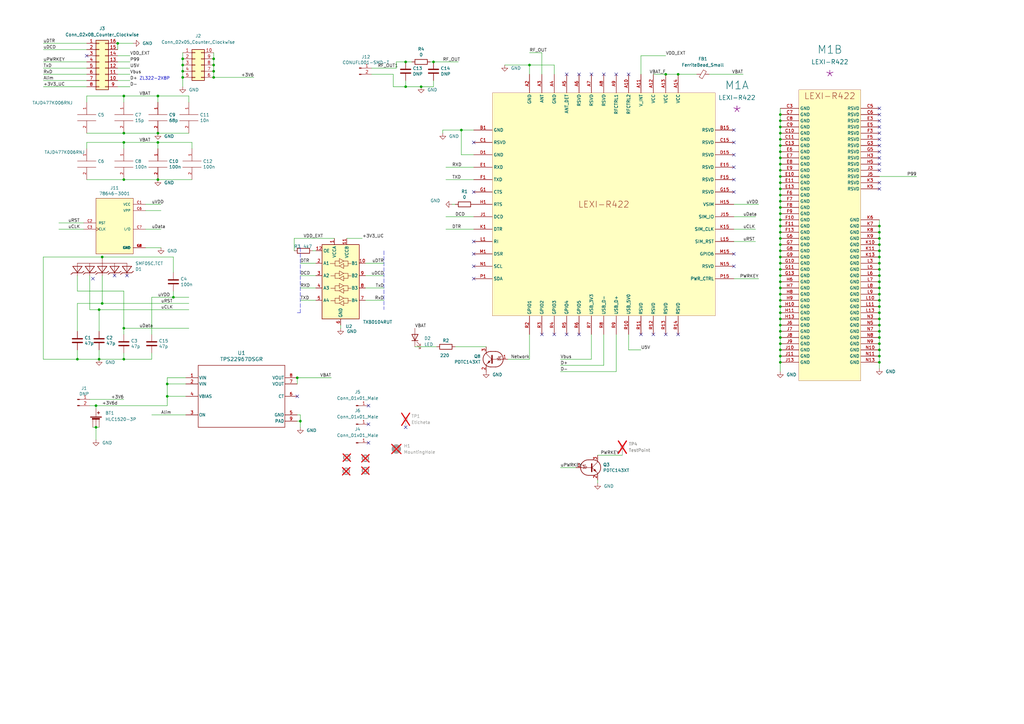
<source format=kicad_sch>
(kicad_sch (version 20231120) (generator "eeschema") (generator_version "8.0")
  (paper "A3")
  (title_block (title "Modem BG95") (rev "4.0") (company "Delta Electronics SRL"))
  (junction (at 320.04 69.85))
  (junction (at 87.63 26.67))
  (junction (at 320.04 123.19))
  (junction (at 68.58 162.56))
  (junction (at 74.93 24.13))
  (junction (at 320.04 87.63))
  (junction (at 320.04 90.17))
  (junction (at 360.68 130.81))
  (junction (at 166.37 25.4))
  (junction (at 64.77 58.42))
  (junction (at 320.04 146.05))
  (junction (at 121.92 154.94))
  (junction (at 273.05 30.48))
  (junction (at 360.68 107.95))
  (junction (at 360.68 100.33))
  (junction (at 41.91 124.46))
  (junction (at 189.23 53.34))
  (junction (at 320.04 140.97))
  (junction (at 320.04 100.33))
  (junction (at 320.04 130.81))
  (junction (at 320.04 135.89))
  (junction (at 50.8 147.32))
  (junction (at 360.68 128.27))
  (junction (at 74.93 29.21))
  (junction (at 68.58 157.48))
  (junction (at 64.77 73.66))
  (junction (at 320.04 46.99))
  (junction (at 360.68 95.25))
  (junction (at 320.04 64.77))
  (junction (at 360.68 140.97))
  (junction (at 320.04 82.55))
  (junction (at 50.8 54.61))
  (junction (at 360.68 113.03))
  (junction (at 123.19 172.72))
  (junction (at 320.04 49.53))
  (junction (at 71.12 121.92))
  (junction (at 41.91 105.41))
  (junction (at 320.04 105.41))
  (junction (at 360.68 102.87))
  (junction (at 320.04 54.61))
  (junction (at 50.8 58.42))
  (junction (at 360.68 148.59))
  (junction (at 177.8 25.4))
  (junction (at 320.04 118.11))
  (junction (at 50.8 73.66))
  (junction (at 320.04 85.09))
  (junction (at 360.68 125.73))
  (junction (at 320.04 57.15))
  (junction (at 74.93 31.75))
  (junction (at 320.04 128.27))
  (junction (at 31.75 147.32))
  (junction (at 320.04 115.57))
  (junction (at 320.04 97.79))
  (junction (at 360.68 110.49))
  (junction (at 172.72 35.56))
  (junction (at 217.17 26.67))
  (junction (at 360.68 135.89))
  (junction (at 320.04 80.01))
  (junction (at 320.04 92.71))
  (junction (at 360.68 118.11))
  (junction (at 87.63 29.21))
  (junction (at 360.68 133.35))
  (junction (at 278.13 30.48))
  (junction (at 87.63 24.13))
  (junction (at 320.04 95.25))
  (junction (at 360.68 115.57))
  (junction (at 320.04 133.35))
  (junction (at 360.68 120.65))
  (junction (at 320.04 59.69))
  (junction (at 320.04 125.73))
  (junction (at 320.04 120.65))
  (junction (at 50.8 39.37))
  (junction (at 48.26 17.78))
  (junction (at 360.68 123.19))
  (junction (at 50.8 134.62))
  (junction (at 39.37 166.37))
  (junction (at 39.37 175.26))
  (junction (at 64.77 39.37))
  (junction (at 64.77 54.61))
  (junction (at 320.04 113.03))
  (junction (at 40.64 147.32))
  (junction (at 320.04 62.23))
  (junction (at 360.68 97.79))
  (junction (at 360.68 92.71))
  (junction (at 360.68 143.51))
  (junction (at 320.04 52.07))
  (junction (at 320.04 143.51))
  (junction (at 320.04 77.47))
  (junction (at 320.04 148.59))
  (junction (at 320.04 72.39))
  (junction (at 166.37 35.56))
  (junction (at 40.64 127))
  (junction (at 360.68 146.05))
  (junction (at 320.04 102.87))
  (junction (at 360.68 138.43))
  (junction (at 320.04 74.93))
  (junction (at 74.93 26.67))
  (junction (at 320.04 67.31))
  (junction (at 360.68 105.41))
  (junction (at 320.04 138.43))
  (junction (at 87.63 31.75))
  (junction (at 320.04 110.49))
  (junction (at 320.04 107.95))
  (no_connect (at 151.13 181.61))
  (no_connect (at 52.07 113.03))
  (no_connect (at 35.56 22.86))
  (no_connect (at 300.99 58.42))
  (no_connect (at 194.31 78.74))
  (no_connect (at 360.68 67.31))
  (no_connect (at 151.13 166.37))
  (no_connect (at 262.89 137.16))
  (no_connect (at 222.25 137.16))
  (no_connect (at 252.73 30.48))
  (no_connect (at 194.31 104.14))
  (no_connect (at 300.99 63.5))
  (no_connect (at 360.68 54.61))
  (no_connect (at 237.49 30.48))
  (no_connect (at 121.92 162.56))
  (no_connect (at 360.68 49.53))
  (no_connect (at 194.31 58.42))
  (no_connect (at 242.57 30.48))
  (no_connect (at 300.99 73.66))
  (no_connect (at 273.05 137.16))
  (no_connect (at 360.68 44.45))
  (no_connect (at 166.37 175.26))
  (no_connect (at 360.68 77.47))
  (no_connect (at 46.99 113.03))
  (no_connect (at 300.99 68.58))
  (no_connect (at 257.81 30.48))
  (no_connect (at 360.68 62.23))
  (no_connect (at 300.99 104.14))
  (no_connect (at 232.41 30.48))
  (no_connect (at 278.13 137.16))
  (no_connect (at 300.99 109.22))
  (no_connect (at 360.68 57.15))
  (no_connect (at 360.68 74.93))
  (no_connect (at 267.97 137.16))
  (no_connect (at 360.68 69.85))
  (no_connect (at 38.1 114.3))
  (no_connect (at 194.31 109.22))
  (no_connect (at 227.33 137.16))
  (no_connect (at 300.99 53.34))
  (no_connect (at 360.68 64.77))
  (no_connect (at 247.65 30.48))
  (no_connect (at 360.68 46.99))
  (no_connect (at 360.68 52.07))
  (no_connect (at 194.31 99.06))
  (no_connect (at 360.68 59.69))
  (no_connect (at 237.49 137.16))
  (no_connect (at 300.99 78.74))
  (no_connect (at 194.31 114.3))
  (no_connect (at 232.41 137.16))
  (no_connect (at 151.13 173.99))
  (wire (pts (xy 189.23 53.34) (xy 194.31 53.34)))
  (wire (pts (xy 68.58 157.48) (xy 76.2 157.48)))
  (wire (pts (xy 320.04 115.57) (xy 320.04 118.11)))
  (wire (pts (xy 17.78 27.94) (xy 35.56 27.94)))
  (wire (pts (xy 36.83 113.03) (xy 36.83 127)))
  (wire (pts (xy 320.04 80.01) (xy 320.04 82.55)))
  (wire (pts (xy 48.26 35.56) (xy 53.34 35.56)))
  (wire (pts (xy 162.56 25.4) (xy 162.56 27.94)))
  (wire (pts (xy 360.68 113.03) (xy 360.68 115.57)))
  (wire (pts (xy 320.04 140.97) (xy 320.04 143.51)))
  (wire (pts (xy 229.87 152.4) (xy 252.73 152.4)))
  (wire (pts (xy 320.04 52.07) (xy 320.04 54.61)))
  (wire (pts (xy 320.04 146.05) (xy 320.04 148.59)))
  (wire (pts (xy 121.92 154.94) (xy 135.89 154.94)))
  (wire (pts (xy 172.72 35.56) (xy 177.8 35.56)))
  (wire (pts (xy 360.68 92.71) (xy 360.68 95.25)))
  (wire (pts (xy 245.11 196.85) (xy 245.11 198.12)))
  (wire (pts (xy 35.56 58.42) (xy 50.8 58.42)))
  (wire (pts (xy 157.48 107.95) (xy 149.86 107.95)))
  (wire (pts (xy 68.58 157.48) (xy 68.58 154.94)))
  (wire (pts (xy 360.68 123.19) (xy 360.68 125.73)))
  (wire (pts (xy 320.04 64.77) (xy 320.04 67.31)))
  (wire (pts (xy 177.8 33.02) (xy 177.8 35.56)))
  (wire (pts (xy 40.64 143.51) (xy 40.64 147.32)))
  (wire (pts (xy 360.68 107.95) (xy 360.68 110.49)))
  (wire (pts (xy 50.8 39.37) (xy 64.77 39.37)))
  (wire (pts (xy 229.87 149.86) (xy 247.65 149.86)))
  (wire (pts (xy 222.25 30.48) (xy 222.25 21.59)))
  (wire (pts (xy 31.75 147.32) (xy 40.64 147.32)))
  (wire (pts (xy 300.99 99.06) (xy 309.88 99.06)))
  (wire (pts (xy 360.68 72.39) (xy 375.92 72.39)))
  (wire (pts (xy 121.92 172.72) (xy 123.19 172.72)))
  (wire (pts (xy 17.78 147.32) (xy 31.75 147.32)))
  (wire (pts (xy 31.75 143.51) (xy 31.75 147.32)))
  (wire (pts (xy 120.65 97.79) (xy 120.65 102.87)))
  (wire (pts (xy 194.31 93.98) (xy 182.88 93.98)))
  (wire (pts (xy 62.23 137.16) (xy 62.23 121.92)))
  (wire (pts (xy 161.29 35.56) (xy 166.37 35.56)))
  (wire (pts (xy 68.58 154.94) (xy 76.2 154.94)))
  (wire (pts (xy 87.63 24.13) (xy 87.63 26.67)))
  (wire (pts (xy 59.69 86.36) (xy 66.04 86.36)))
  (wire (pts (xy 257.81 137.16) (xy 257.81 143.51)))
  (wire (pts (xy 320.04 54.61) (xy 320.04 57.15)))
  (wire (pts (xy 40.64 127) (xy 77.47 127)))
  (wire (pts (xy 39.37 166.37) (xy 68.58 166.37)))
  (wire (pts (xy 320.04 130.81) (xy 320.04 133.35)))
  (wire (pts (xy 17.78 25.4) (xy 35.56 25.4)))
  (wire (pts (xy 129.54 113.03) (xy 123.19 113.03)))
  (wire (pts (xy 50.8 41.91) (xy 50.8 39.37)))
  (wire (pts (xy 35.56 54.61) (xy 50.8 54.61)))
  (wire (pts (xy 181.61 53.34) (xy 189.23 53.34)))
  (wire (pts (xy 71.12 121.92) (xy 77.47 121.92)))
  (wire (pts (xy 217.17 26.67) (xy 217.17 30.48)))
  (wire (pts (xy 48.26 22.86) (xy 53.34 22.86)))
  (wire (pts (xy 320.04 133.35) (xy 320.04 135.89)))
  (wire (pts (xy 320.04 128.27) (xy 320.04 130.81)))
  (wire (pts (xy 121.92 154.94) (xy 121.92 157.48)))
  (wire (pts (xy 39.37 180.34) (xy 39.37 175.26)))
  (wire (pts (xy 31.75 124.46) (xy 31.75 135.89)))
  (wire (pts (xy 290.83 30.48) (xy 304.8 30.48)))
  (wire (pts (xy 217.17 137.16) (xy 217.17 147.32)))
  (wire (pts (xy 123.19 175.26) (xy 123.19 172.72)))
  (wire (pts (xy 87.63 21.59) (xy 87.63 24.13)))
  (wire (pts (xy 320.04 46.99) (xy 320.04 49.53)))
  (wire (pts (xy 320.04 49.53) (xy 320.04 52.07)))
  (wire (pts (xy 320.04 44.45) (xy 320.04 46.99)))
  (wire (pts (xy 320.04 143.51) (xy 320.04 146.05)))
  (wire (pts (xy 185.42 83.82) (xy 186.69 83.82)))
  (wire (pts (xy 227.33 30.48) (xy 227.33 26.67)))
  (wire (pts (xy 360.68 130.81) (xy 360.68 133.35)))
  (wire (pts (xy 64.77 58.42) (xy 78.74 58.42)))
  (wire (pts (xy 77.47 39.37) (xy 77.47 41.91)))
  (wire (pts (xy 252.73 152.4) (xy 252.73 137.16)))
  (wire (pts (xy 229.87 147.32) (xy 242.57 147.32)))
  (wire (pts (xy 320.04 148.59) (xy 320.04 152.4)))
  (wire (pts (xy 17.78 30.48) (xy 35.56 30.48)))
  (wire (pts (xy 320.04 95.25) (xy 320.04 97.79)))
  (wire (pts (xy 76.2 170.18) (xy 62.23 170.18)))
  (wire (pts (xy 36.83 163.83) (xy 50.8 163.83)))
  (polyline (pts (xy 157.48 102.87) (xy 157.48 127)) (stroke (width 0) (type dash)))
  (wire (pts (xy 35.56 60.96) (xy 35.56 58.42)))
  (wire (pts (xy 59.69 93.98) (xy 66.04 93.98)))
  (wire (pts (xy 35.56 39.37) (xy 50.8 39.37)))
  (wire (pts (xy 35.56 73.66) (xy 50.8 73.66)))
  (wire (pts (xy 123.19 172.72) (xy 123.19 170.18)))
  (wire (pts (xy 320.04 97.79) (xy 320.04 100.33)))
  (wire (pts (xy 48.26 25.4) (xy 53.34 25.4)))
  (wire (pts (xy 217.17 26.67) (xy 207.01 26.67)))
  (wire (pts (xy 360.68 120.65) (xy 360.68 123.19)))
  (wire (pts (xy 194.31 88.9) (xy 182.88 88.9)))
  (wire (pts (xy 273.05 30.48) (xy 278.13 30.48)))
  (wire (pts (xy 189.23 53.34) (xy 189.23 63.5)))
  (wire (pts (xy 320.04 57.15) (xy 320.04 59.69)))
  (wire (pts (xy 139.7 133.35) (xy 139.7 134.62)))
  (wire (pts (xy 50.8 134.62) (xy 77.47 134.62)))
  (wire (pts (xy 48.26 30.48) (xy 53.34 30.48)))
  (wire (pts (xy 320.04 100.33) (xy 320.04 102.87)))
  (wire (pts (xy 320.04 74.93) (xy 320.04 77.47)))
  (wire (pts (xy 217.17 21.59) (xy 222.25 21.59)))
  (wire (pts (xy 262.89 22.86) (xy 273.05 22.86)))
  (wire (pts (xy 300.99 93.98) (xy 309.88 93.98)))
  (wire (pts (xy 360.68 110.49) (xy 360.68 113.03)))
  (wire (pts (xy 267.97 30.48) (xy 273.05 30.48)))
  (wire (pts (xy 35.56 20.32) (xy 17.78 20.32)))
  (wire (pts (xy 123.19 170.18) (xy 121.92 170.18)))
  (wire (pts (xy 62.23 121.92) (xy 71.12 121.92)))
  (wire (pts (xy 320.04 85.09) (xy 320.04 87.63)))
  (wire (pts (xy 320.04 125.73) (xy 320.04 128.27)))
  (wire (pts (xy 320.04 138.43) (xy 320.04 140.97)))
  (wire (pts (xy 320.04 123.19) (xy 320.04 125.73)))
  (wire (pts (xy 360.68 115.57) (xy 360.68 118.11)))
  (wire (pts (xy 123.19 107.95) (xy 129.54 107.95)))
  (wire (pts (xy 189.23 63.5) (xy 194.31 63.5)))
  (wire (pts (xy 257.81 143.51) (xy 262.89 143.51)))
  (wire (pts (xy 166.37 35.56) (xy 172.72 35.56)))
  (wire (pts (xy 64.77 41.91) (xy 64.77 39.37)))
  (wire (pts (xy 242.57 137.16) (xy 242.57 147.32)))
  (wire (pts (xy 41.91 113.03) (xy 41.91 124.46)))
  (wire (pts (xy 64.77 60.96) (xy 64.77 58.42)))
  (wire (pts (xy 39.37 175.26) (xy 40.64 175.26)))
  (wire (pts (xy 360.68 90.17) (xy 360.68 92.71)))
  (wire (pts (xy 17.78 147.32) (xy 17.78 105.41)))
  (wire (pts (xy 87.63 29.21) (xy 87.63 31.75)))
  (wire (pts (xy 87.63 31.75) (xy 104.14 31.75)))
  (wire (pts (xy 177.8 25.4) (xy 187.96 25.4)))
  (wire (pts (xy 129.54 118.11) (xy 123.19 118.11)))
  (wire (pts (xy 34.29 93.98) (xy 24.13 93.98)))
  (wire (pts (xy 236.22 191.77) (xy 229.87 191.77)))
  (wire (pts (xy 50.8 147.32) (xy 62.23 147.32)))
  (wire (pts (xy 40.64 127) (xy 40.64 135.89)))
  (wire (pts (xy 34.29 91.44) (xy 24.13 91.44)))
  (wire (pts (xy 157.48 118.11) (xy 149.86 118.11)))
  (wire (pts (xy 170.18 142.24) (xy 179.07 142.24)))
  (wire (pts (xy 360.68 148.59) (xy 360.68 151.13)))
  (wire (pts (xy 152.4 30.48) (xy 161.29 30.48)))
  (wire (pts (xy 50.8 60.96) (xy 50.8 58.42)))
  (wire (pts (xy 452.12 196.85) (xy 461.01 196.85)))
  (wire (pts (xy 360.68 143.51) (xy 360.68 146.05)))
  (wire (pts (xy 64.77 39.37) (xy 77.47 39.37)))
  (wire (pts (xy 320.04 67.31) (xy 320.04 69.85)))
  (wire (pts (xy 162.56 27.94) (xy 152.4 27.94)))
  (wire (pts (xy 48.26 17.78) (xy 48.26 20.32)))
  (wire (pts (xy 360.68 128.27) (xy 360.68 130.81)))
  (wire (pts (xy 452.12 194.31) (xy 461.01 194.31)))
  (wire (pts (xy 320.04 77.47) (xy 320.04 80.01)))
  (wire (pts (xy 247.65 149.86) (xy 247.65 137.16)))
  (wire (pts (xy 161.29 30.48) (xy 161.29 35.56)))
  (wire (pts (xy 360.68 105.41) (xy 360.68 107.95)))
  (wire (pts (xy 17.78 105.41) (xy 41.91 105.41)))
  (wire (pts (xy 166.37 25.4) (xy 168.91 25.4)))
  (wire (pts (xy 36.83 166.37) (xy 39.37 166.37)))
  (wire (pts (xy 71.12 119.38) (xy 71.12 121.92)))
  (wire (pts (xy 320.04 110.49) (xy 320.04 113.03)))
  (wire (pts (xy 68.58 162.56) (xy 68.58 157.48)))
  (wire (pts (xy 320.04 107.95) (xy 320.04 110.49)))
  (wire (pts (xy 360.68 133.35) (xy 360.68 135.89)))
  (wire (pts (xy 31.75 119.38) (xy 50.8 119.38)))
  (wire (pts (xy 320.04 72.39) (xy 320.04 74.93)))
  (wire (pts (xy 360.68 95.25) (xy 360.68 97.79)))
  (wire (pts (xy 50.8 58.42) (xy 64.77 58.42)))
  (wire (pts (xy 311.15 114.3) (xy 300.99 114.3)))
  (wire (pts (xy 320.04 92.71) (xy 320.04 95.25)))
  (wire (pts (xy 300.99 83.82) (xy 311.15 83.82)))
  (wire (pts (xy 227.33 26.67) (xy 217.17 26.67)))
  (wire (pts (xy 64.77 73.66) (xy 78.74 73.66)))
  (wire (pts (xy 278.13 30.48) (xy 285.75 30.48)))
  (wire (pts (xy 360.68 118.11) (xy 360.68 120.65)))
  (wire (pts (xy 166.37 25.4) (xy 162.56 25.4)))
  (wire (pts (xy 320.04 105.41) (xy 320.04 107.95)))
  (wire (pts (xy 360.68 138.43) (xy 360.68 140.97)))
  (wire (pts (xy 78.74 58.42) (xy 78.74 60.96)))
  (wire (pts (xy 50.8 54.61) (xy 64.77 54.61)))
  (wire (pts (xy 129.54 123.19) (xy 123.19 123.19)))
  (wire (pts (xy 40.64 127) (xy 36.83 127)))
  (wire (pts (xy 320.04 82.55) (xy 320.04 85.09)))
  (wire (pts (xy 320.04 113.03) (xy 320.04 115.57)))
  (wire (pts (xy 62.23 147.32) (xy 62.23 144.78)))
  (wire (pts (xy 320.04 102.87) (xy 320.04 105.41)))
  (wire (pts (xy 77.47 124.46) (xy 41.91 124.46)))
  (wire (pts (xy 59.69 101.6) (xy 66.04 101.6)))
  (wire (pts (xy 176.53 25.4) (xy 177.8 25.4)))
  (wire (pts (xy 48.26 17.78) (xy 54.61 17.78)))
  (wire (pts (xy 74.93 21.59) (xy 74.93 24.13)))
  (wire (pts (xy 157.48 113.03) (xy 149.86 113.03)))
  (wire (pts (xy 320.04 120.65) (xy 320.04 123.19)))
  (wire (pts (xy 48.26 33.02) (xy 53.34 33.02)))
  (wire (pts (xy 48.26 27.94) (xy 53.34 27.94)))
  (wire (pts (xy 74.93 31.75) (xy 74.93 35.56)))
  (wire (pts (xy 59.69 83.82) (xy 66.04 83.82)))
  (wire (pts (xy 50.8 73.66) (xy 64.77 73.66)))
  (wire (pts (xy 74.93 24.13) (xy 74.93 26.67)))
  (wire (pts (xy 74.93 29.21) (xy 74.93 31.75)))
  (wire (pts (xy 194.31 68.58) (xy 182.88 68.58)))
  (wire (pts (xy 128.27 102.87) (xy 129.54 102.87)))
  (wire (pts (xy 87.63 26.67) (xy 87.63 29.21)))
  (wire (pts (xy 245.11 186.69) (xy 255.27 186.69)))
  (wire (pts (xy 181.61 54.61) (xy 181.61 53.34)))
  (wire (pts (xy 41.91 124.46) (xy 31.75 124.46)))
  (wire (pts (xy 41.91 105.41) (xy 71.12 105.41)))
  (wire (pts (xy 194.31 73.66) (xy 182.88 73.66)))
  (wire (pts (xy 64.77 54.61) (xy 77.47 54.61)))
  (wire (pts (xy 320.04 62.23) (xy 320.04 64.77)))
  (wire (pts (xy 360.68 102.87) (xy 360.68 105.41)))
  (wire (pts (xy 68.58 162.56) (xy 76.2 162.56)))
  (wire (pts (xy 360.68 140.97) (xy 360.68 143.51)))
  (wire (pts (xy 320.04 87.63) (xy 320.04 90.17)))
  (wire (pts (xy 320.04 90.17) (xy 320.04 92.71)))
  (wire (pts (xy 199.39 142.24) (xy 186.69 142.24)))
  (wire (pts (xy 217.17 147.32) (xy 208.28 147.32)))
  (wire (pts (xy 31.75 113.03) (xy 31.75 119.38)))
  (wire (pts (xy 157.48 123.19) (xy 149.86 123.19)))
  (wire (pts (xy 50.8 119.38) (xy 50.8 134.62)))
  (wire (pts (xy 360.68 146.05) (xy 360.68 148.59)))
  (polyline (pts (xy 121.92 128.27) (xy 123.19 128.27)) (stroke (width 0) (type dash)))
  (wire (pts (xy 262.89 30.48) (xy 262.89 22.86)))
  (wire (pts (xy 120.65 97.79) (xy 137.16 97.79)))
  (wire (pts (xy 360.68 135.89) (xy 360.68 138.43)))
  (wire (pts (xy 360.68 125.73) (xy 360.68 128.27)))
  (wire (pts (xy 40.64 147.32) (xy 50.8 147.32)))
  (wire (pts (xy 71.12 105.41) (xy 71.12 111.76)))
  (wire (pts (xy 360.68 97.79) (xy 360.68 100.33)))
  (wire (pts (xy 166.37 35.56) (xy 166.37 33.02)))
  (wire (pts (xy 50.8 144.78) (xy 50.8 147.32)))
  (wire (pts (xy 38.1 175.26) (xy 39.37 175.26)))
  (wire (pts (xy 320.04 59.69) (xy 320.04 62.23)))
  (wire (pts (xy 68.58 166.37) (xy 68.58 162.56)))
  (polyline (pts (xy 123.19 101.6) (xy 123.19 128.27)) (stroke (width 0) (type dash)))
  (wire (pts (xy 17.78 33.02) (xy 35.56 33.02)))
  (wire (pts (xy 360.68 100.33) (xy 360.68 102.87)))
  (wire (pts (xy 39.37 166.37) (xy 39.37 167.64)))
  (wire (pts (xy 50.8 134.62) (xy 50.8 137.16)))
  (wire (pts (xy 320.04 118.11) (xy 320.04 120.65)))
  (wire (pts (xy 300.99 88.9) (xy 309.88 88.9)))
  (wire (pts (xy 142.24 97.79) (xy 148.59 97.79)))
  (wire (pts (xy 320.04 135.89) (xy 320.04 138.43)))
  (wire (pts (xy 35.56 41.91) (xy 35.56 39.37)))
  (wire (pts (xy 74.93 26.67) (xy 74.93 29.21)))
  (wire (pts (xy 35.56 35.56) (xy 17.78 35.56)))
  (wire (pts (xy 35.56 17.78) (xy 17.78 17.78)))
  (wire (pts (xy 320.04 69.85) (xy 320.04 72.39)))
  (text "ZL322-2X8P" (at 57.15 33.02 0) (effects (font (size 1.27 1.27)) (justify left bottom)))
  (label "uDCD" (at 17.78 20.32 0))
  (label "VBAT" (at 57.15 39.37 0))
  (label "D+" (at 53.34 33.02 0))
  (label "VBAT" (at 170.18 134.62 0))
  (label "VDD_EXT" (at 124.46 97.79 0))
  (label "U5V" (at 262.89 143.51 0))
  (label "TXD" (at 185.42 73.66 0))
  (label "+3V3_UC" (at 148.59 97.79 0))
  (label "DCD" (at 123.19 113.03 0))
  (label "RF_OUT" (at 217.17 21.59 0))
  (label "PWRKEY" (at 254 186.69 180))
  (label "uData" (at 62.23 93.98 0))
  (label "uDTR" (at 157.48 107.95 180))
  (label "uVDD" (at 62.23 83.82 0))
  (label "uVDD" (at 306.07 83.82 0))
  (label "VBAT" (at 304.8 30.48 180))
  (label "T" (at 452.12 196.85 0))
  (label "D-" (at 53.34 35.56 0))
  (label "PWRKEY" (at 311.15 114.3 180))
  (label "VBAT" (at 57.15 58.42 0))
  (label "uRST" (at 304.8 99.06 0))
  (label "Vbus" (at 229.87 147.32 0))
  (label "uDCD" (at 157.48 113.03 180))
  (label "Alim" (at 66.04 170.18 0))
  (label "RxD" (at 157.48 123.19 180))
  (label "DTR" (at 123.19 107.95 0))
  (label "+3V3_UC" (at 17.78 35.56 0))
  (label "Alim" (at 17.78 33.02 0))
  (label "DCD" (at 186.69 88.9 0))
  (label "D+" (at 229.87 149.86 0))
  (label "Vbus" (at 53.34 30.48 0))
  (label "+3V6" (at 104.14 31.75 180))
  (label "U5V" (at 53.34 27.94 0))
  (label "uPWRKEY" (at 17.78 25.4 0))
  (label "R" (at 452.12 194.31 0))
  (label "RXD" (at 185.42 68.58 0))
  (label "VBAT" (at 135.89 154.94 180))
  (label "uCLK" (at 27.94 93.98 0))
  (label "RxD" (at 17.78 30.48 0))
  (label "RF_OUT1" (at 154.94 27.94 0))
  (label "Network" (at 209.55 147.32 0))
  (label "uVDD" (at 64.77 121.92 0))
  (label "DTR" (at 185.42 93.98 0))
  (label "uRST" (at 27.94 91.44 0))
  (label "uPWRKEY" (at 229.87 191.77 0))
  (label "+3V6d" (at 48.26 166.37 180))
  (label "VBAT_F" (at 273.05 30.48 180))
  (label "uRST" (at 66.04 124.46 0))
  (label "uCLK" (at 304.8 93.98 0))
  (label "VDD_EXT" (at 273.05 22.86 0))
  (label "D-" (at 229.87 152.4 0))
  (label "VDD_EXT" (at 53.34 22.86 0))
  (label "uData" (at 57.15 134.62 0))
  (label "RXD" (at 123.19 118.11 0))
  (label "RF_OUT" (at 181.61 25.4 0))
  (label "TxD" (at 17.78 27.94 0))
  (label "TxD" (at 157.48 118.11 180))
  (label "uData" (at 304.8 88.9 0))
  (label "uDTR" (at 17.78 17.78 0))
  (label "P99" (at 53.34 25.4 0))
  (label "uCLK" (at 66.04 127 0))
  (label "+3V6" (at 50.8 163.83 180))
  (label "TXD" (at 123.19 123.19 0))
  (label "P99" (at 375.92 72.39 180))
  (symbol (lib_id "Transistor_BJT:DTC143T") (at 201.93 147.32 0) (mirror y) (unit 1)
    (property "Reference" "Q8" (at 197.1548 146.1516 0) (effects (justify left)))
    (property "Value" "PDTC143XT" (at 197.1548 148.463 0) (effects (justify left)))
    (property "Footprint" "Package_TO_SOT_SMD:SOT-23" (effects (hide yes)))
    (property "VTPN" "4500-00010-00" (effects (hide yes)))
  )
  (symbol (lib_id "SMF05C:SMF05C") (at 44.45 110.49 180) (unit 1)
    (property "Reference" "D1" (at 55.4736 110.3884 0) (effects (justify right)))
    (property "Value" "SMF05C.TCT" (at 55.4736 108.077 0) (effects (justify right)))
    (property "Footprint" "Diode_SMD:SC70-6" (effects (hide yes)))
    (property "VTPN" "4724-00010-00" (effects (hide yes)))
  )
  (symbol (lib_id "Device:C") (at 31.75 139.7 0) (unit 1)
    (property "Reference" "C1" (at 34.671 138.5316 0) (effects (justify left)))
    (property "Value" "47p" (at 34.671 140.843 0) (effects (justify left)))
    (property "Footprint" "Capacitor_SMD:C_0603_1608Metric" (effects (hide yes)))
    (property "VTPN" "4106-00080-00" (effects (hide yes)))
  )
  (symbol (lib_id "Device:C") (at 40.64 139.7 0) (unit 1)
    (property "Reference" "C2" (at 43.561 138.5316 0) (effects (justify left)))
    (property "Value" "47p" (at 43.561 140.843 0) (effects (justify left)))
    (property "Footprint" "Capacitor_SMD:C_0603_1608Metric" (effects (hide yes)))
    (property "VTPN" "4106-00080-00" (effects (hide yes)))
  )
  (symbol (lib_id "Device:C") (at 50.8 140.97 0) (unit 1)
    (property "Reference" "C3" (at 53.721 139.8016 0) (effects (justify left)))
    (property "Value" "47p" (at 53.721 142.113 0) (effects (justify left)))
    (property "Footprint" "Capacitor_SMD:C_0603_1608Metric" (effects (hide yes)))
    (property "VTPN" "4106-00080-00" (effects (hide yes)))
  )
  (symbol (lib_id "Device:C") (at 71.12 115.57 0) (unit 1)
    (property "Reference" "C4" (at 74.041 114.4016 0) (effects (justify left)))
    (property "Value" "100n" (at 74.041 116.713 0) (effects (justify left)))
    (property "Footprint" "Capacitor_SMD:C_0603_1608Metric" (effects (hide yes)))
    (property "VTPN" "4106-00020-00" (effects (hide yes)))
  )
  (symbol (lib_id "pspice:CAP") (at 35.56 48.26 0) (unit 1)
    (property "Reference" "C5" (at 40.0812 47.0916 0) (effects (justify left)))
    (property "Value" "TAJD477K006RNJ" (at 13.208 42.164 0) (effects (justify left)))
    (property "Footprint" "Capacitor_Tantalum_SMD:CP_EIA-7361-38_AVX-V_Pad2.18x3.30mm_HandSolder" (effects (hide yes)))
    (property "VTPN" "4128-00100-00" (effects (hide yes)))
  )
  (symbol (lib_id "pspice:CAP") (at 50.8 48.26 0) (unit 1)
    (property "Reference" "C7" (at 55.3212 47.0916 0) (effects (justify left)))
    (property "Value" "15p" (at 55.3212 49.403 0) (effects (justify left)))
    (property "Footprint" "Capacitor_SMD:C_0603_1608Metric" (effects (hide yes)))
    (property "VTPN" "4106-00070-00" (effects (hide yes)))
  )
  (symbol (lib_id "pspice:CAP") (at 64.77 48.26 0) (unit 1)
    (property "Reference" "C9" (at 69.2912 47.0916 0) (effects (justify left)))
    (property "Value" "68p" (at 69.2912 49.403 0) (effects (justify left)))
    (property "Footprint" "Capacitor_SMD:C_0603_1608Metric" (effects (hide yes)))
    (property "VTPN" "4106-00060-00" (effects (hide yes)))
  )
  (symbol (lib_id "pspice:CAP") (at 77.47 48.26 0) (unit 1)
    (property "Reference" "C11" (at 81.9912 47.0916 0) (effects (justify left)))
    (property "Value" "10n" (at 81.9912 49.403 0) (effects (justify left)))
    (property "Footprint" "Capacitor_SMD:C_0603_1608Metric" (effects (hide yes)))
    (property "VTPN" "4106-00015-00" (effects (hide yes)))
  )
  (symbol (lib_id "pspice:CAP") (at 35.56 67.31 0) (unit 1)
    (property "Reference" "C6" (at 40.0812 66.1416 0) (effects (justify left)))
    (property "Value" "TAJD477K006RNJ" (at 18.1864 62.4332 0) (effects (justify left)))
    (property "Footprint" "Capacitor_Tantalum_SMD:CP_EIA-7361-38_AVX-V_Pad2.18x3.30mm_HandSolder" (effects (hide yes)))
    (property "VTPN" "4128-00100-00" (effects (hide yes)))
  )
  (symbol (lib_id "pspice:CAP") (at 50.8 67.31 0) (unit 1)
    (property "Reference" "C8" (at 55.3212 66.1416 0) (effects (justify left)))
    (property "Value" "100n" (at 55.3212 68.453 0) (effects (justify left)))
    (property "Footprint" "Capacitor_SMD:C_0603_1608Metric" (effects (hide yes)))
    (property "VTPN" "4106-00020-00" (effects (hide yes)))
  )
  (symbol (lib_id "pspice:CAP") (at 64.77 67.31 0) (unit 1)
    (property "Reference" "C10" (at 69.2912 66.1416 0) (effects (justify left)))
    (property "Value" "100n" (at 69.2912 68.453 0) (effects (justify left)))
    (property "Footprint" "Capacitor_SMD:C_0603_1608Metric" (effects (hide yes)))
    (property "VTPN" "4106-00020-00" (effects (hide yes)))
  )
  (symbol (lib_id "pspice:CAP") (at 78.74 67.31 0) (unit 1)
    (property "Reference" "C12" (at 83.2612 66.1416 0) (effects (justify left)))
    (property "Value" "100n" (at 83.2612 68.453 0) (effects (justify left)))
    (property "Footprint" "Capacitor_SMD:C_0603_1608Metric" (effects (hide yes)))
    (property "VTPN" "4106-00020-00" (effects (hide yes)))
  )
  (symbol (lib_id "Connector:Conn_01x02_Male") (at 147.32 27.94 0) (unit 1)
    (property "Reference" "J12" (at 150.0632 23.3426 0))
    (property "Value" "CONUFL001-SMD-T" (at 150.0632 25.654 0))
    (property "Footprint" "Connector_Coaxial:U.FL_Molex_MCRF_73412-0110_Vertical" (effects (hide yes)))
    (property "VTPN" "4416-00010-00" (effects (hide yes)))
  )
  (symbol (lib_id "SimSocketMolex:78646-3001") (at 46.99 91.44 0) (unit 1)
    (property "Reference" "J11" (at 46.99 77.089 0))
    (property "Value" "78646-3001" (at 46.99 79.4004 0))
    (property "Footprint" "Connector_Molex:MOLEX_78646-3001" (effects (hide yes)))
    (property "DESCRIPTION" "Conn Micro SIM Card SKT 6 POS 2.54mm Solder RA SMD 0.5A/Contact Embossed T/R" (effects (hide yes)))
    (property "PACKAGE" "None" (effects (hide yes)))
    (property "MF" "Molex" (effects (hide yes)))
    (property "DIGI-KEY_PART_NUMBER" "WM9364CT-ND" (effects (hide yes)))
    (property "DIGI-KEY_PURCHASE_URL" "https://www.digikey.in/product-detail/en/molex/0786463001/WM9364CT-ND/3770350?utm_source=snapeda&utm_medium=aggregator&utm_campaign=symbol" (effects (hide yes)))
    (property "MP" "78646-3001" (effects (hide yes)))
    (property "VTPN" "4414-00020-00" (effects (hide yes)))
  )
  (symbol (lib_id "Device:C") (at 62.23 140.97 0) (unit 1)
    (property "Reference" "C15" (at 65.151 139.8016 0) (effects (justify left)))
    (property "Value" "47p" (at 65.151 142.113 0) (effects (justify left)))
    (property "Footprint" "Capacitor_SMD:C_0603_1608Metric" (effects (hide yes)))
    (property "VTPN" "4106-00080-00" (effects (hide yes)))
  )
  (symbol (lib_id "Regulator_SwitchedCapacitor:TPS22967DSGR") (at 99.06 162.56 0) (unit 1)
    (property "Reference" "U1" (at 99.06 144.78 0) (effects (font (size 1.524 1.524))))
    (property "Value" "TPS22967DSGR" (at 99.06 147.32 0) (effects (font (size 1.524 1.524))))
    (property "Footprint" "Package_SON:WSON-8-1EP_2x2mm_P0.5mm_EP0.9x1.6mm_ThermalVias" (effects (hide yes)))
    (property "Datasheet" "TPS22967DSGR" (effects (hide yes)))
    (property "VTPN" "4702-01010-00" (effects (hide yes)))
  )
  (symbol (lib_id "Device:LED") (at 170.18 138.43 90) (unit 1)
    (property "Reference" "D2" (at 173.99 138.7474 90) (effects (justify right)))
    (property "Value" "LED" (at 173.99 141.2874 90) (effects (justify right)))
    (property "Footprint" "LED_SMD:LED_0805_2012Metric" (effects (hide yes)))
    (property "Description" "Light emitting diode" (effects (hide yes)))
    (property "VTPN" "4752-01010-00" (effects (hide yes)))
  )
  (symbol (lib_id "Device:R") (at 190.5 83.82 90) (unit 1)
    (property "Reference" "R1" (at 190.5 78.5622 90))
    (property "Value" "0" (at 190.5 80.8736 90))
    (property "Footprint" "Resistor_SMD:R_0603_1608Metric" (effects (hide yes)))
    (property "VTPN" "4006-00001-00" (effects (hide yes)))
  )
  (symbol (lib_id "Device:R") (at 182.88 142.24 90) (unit 1)
    (property "Reference" "R2" (at 182.88 139.7 90))
    (property "Value" "220" (at 182.372 145.796 90))
    (property "Footprint" "Resistor_SMD:R_0603_1608Metric" (effects (hide yes)))
    (property "VTPN" "4006-00020-00" (effects (hide yes)))
  )
  (symbol (lib_id "power:GND") (at 139.7 134.62 0) (mirror y) (unit 1)
    (property "Reference" "#PWR013" (effects (hide yes)))
    (property "Value" "GND" (at 142.24 135.8899 0) (effects (justify right)))
  )
  (symbol (lib_id "Lexi:LEXI-R422") (at 327.66 36.83 0) (unit 2)
    (property "Reference" "M1" (at 340.36 20.32 0) (effects (font (size 3.2766 3.2766))))
    (property "Value" "LEXI-R422" (at 340.36 25.4 0) (effects (font (size 1.8288 1.8288))))
    (property "Footprint" "ublox:LEXI" (effects (hide yes)))
    (property "Description" "u-blox LEXI-R422 modules, a complete and cost-efficient solution offering multi-band LTE-M / NB-IoT / EGPRS data transmissions for low power wide area solutions in the ultra-compact LEXI form factor." (effects (hide yes)))
    (property "Manufacturer P/N" "*" (at 340.36 31.75 0) (effects (font (size 5.4864 5.4864))))
    (property "VTPN" "4716-00020-00" (effects (hide yes)))
  )
  (symbol (lib_id "power:GND") (at 172.72 35.56 0) (mirror y) (unit 1)
    (property "Reference" "#PWR010" (effects (hide yes)))
    (property "Value" "GND" (at 175.26 36.8299 0) (effects (justify right)))
  )
  (symbol (lib_id "power:GND") (at 40.64 147.32 0) (mirror y) (unit 1)
    (property "Reference" "#PWR08" (effects (hide yes)))
    (property "Value" "GND" (at 43.18 148.5899 0) (effects (justify right)))
  )
  (symbol (lib_id "Device:FerriteBead_Small") (at 288.29 30.48 90) (unit 1)
    (property "Reference" "FB1" (at 288.2519 24.13 90))
    (property "Value" "FerriteBead_Small" (at 288.2519 26.67 90))
    (property "Footprint" "Inductor_SMD:L_Walsin_WLFM201209x" (effects (hide yes)))
    (property "Description" "Ferrite bead, small symbol" (effects (hide yes)))
    (property "VTPN" "4300-01010-00" (effects (hide yes)))
  )
  (symbol (lib_id "Connector:Conn_01x02_Male") (at 31.75 163.83 0) (unit 1)
    (property "Reference" "J1" (at 34.4932 159.2326 0))
    (property "Value" "DNP" (at 34.4932 161.544 0))
    (property "Footprint" "Connector_PinHeader_2.54mm:PinHeader_1x02_P2.54mm_Vertical_MOD" (effects (hide yes)))
  )
  (symbol (lib_id "Device:R") (at 124.46 102.87 90) (unit 1)
    (property "Reference" "R3" (at 123.2916 101.092 90) (effects (justify left)))
    (property "Value" "4k7" (at 128.016 101.092 90) (effects (justify left)))
    (property "Footprint" "Resistor_SMD:R_0603_1608Metric" (effects (hide yes)))
    (property "VTPN" "4006-00150-00" (effects (hide yes)))
  )
  (symbol (lib_id "power:GND") (at 207.01 26.67 0) (mirror y) (unit 1)
    (property "Reference" "#PWR06" (effects (hide yes)))
    (property "Value" "GND" (at 209.55 27.9399 0) (effects (justify right)))
  )
  (symbol (lib_id "Mechanical:Fiducial") (at 149.86 193.04 0) (unit 1) (dnp yes)
    (property "Reference" "FID4" (effects (hide yes)))
    (property "Value" "Fiducial" (effects (hide yes)))
    (property "Footprint" "Fiducial:Fiducial_1mm_Mask2mm" (effects (hide yes)))
  )
  (symbol (lib_id "Device:R") (at 172.72 25.4 90) (unit 1)
    (property "Reference" "R4" (at 172.72 20.1422 90))
    (property "Value" "0" (at 172.72 22.4536 90))
    (property "Footprint" "Resistor_SMD:R_0603_1608Metric" (effects (hide yes)))
    (property "VTPN" "4006-00001-00" (effects (hide yes)))
  )
  (symbol (lib_id "Connector:Conn_01x01_Male") (at 146.05 173.99 0) (unit 1)
    (property "Reference" "J6" (at 146.685 168.402 0))
    (property "Value" "Conn_01x01_Male" (at 146.685 170.942 0))
    (property "Footprint" "TestPoint:TestPoint_Pad_5.1x5.1mm" (effects (hide yes)))
    (property "VTPN" "4753-00010-00" (effects (hide yes)))
  )
  (symbol (lib_id "Transistor_BJT:DTC143T") (at 242.57 191.77 0) (unit 1)
    (property "Reference" "Q3" (at 247.3452 190.6016 0) (effects (justify left)))
    (property "Value" "PDTC143XT" (at 247.3452 192.913 0) (effects (justify left)))
    (property "Footprint" "Package_TO_SOT_SMD:SOT-23" (effects (hide yes)))
    (property "VTPN" "4500-00010-00" (effects (hide yes)))
  )
  (symbol (lib_id "Mechanical:Fiducial") (at 141.986 193.294 0) (unit 1) (dnp yes)
    (property "Reference" "FID1" (effects (hide yes)))
    (property "Value" "Fiducial" (effects (hide yes)))
    (property "Footprint" "Fiducial:Fiducial_1mm_Mask2mm" (effects (hide yes)))
  )
  (symbol (lib_id "Mechanical:Fiducial") (at 142.24 187.706 0) (unit 1) (dnp yes)
    (property "Reference" "FID2" (effects (hide yes)))
    (property "Value" "Fiducial" (effects (hide yes)))
    (property "Footprint" "Fiducial:Fiducial_1mm_Mask2mm" (effects (hide yes)))
  )
  (symbol (lib_id "Lexi:LEXI-R422") (at 201.93 38.1 0) (unit 1)
    (property "Reference" "M1" (at 302.26 34.9564 0) (effects (font (size 3.2766 3.2766))))
    (property "Value" "LEXI-R422" (at 302.26 40.0364 0) (effects (font (size 1.8288 1.8288))))
    (property "Footprint" "ublox:LEXI" (effects (hide yes)))
    (property "Description" "u-blox LEXI-R422 modules, a complete and cost-efficient solution offering multi-band LTE-M / NB-IoT / EGPRS data transmissions for low power wide area solutions in the ultra-compact LEXI form factor." (effects (hide yes)))
    (property "Manufacturer P/N" "*" (at 302.26 46.3865 0) (effects (font (size 5.4864 5.4864))))
    (property "VTPN" "4716-00020-00" (effects (hide yes)))
  )
  (symbol (lib_id "power:GND") (at 181.61 54.61 0) (mirror y) (unit 1)
    (property "Reference" "#PWR05" (effects (hide yes)))
    (property "Value" "GND" (at 184.15 55.8799 0) (effects (justify right)))
  )
  (symbol (lib_id "power:GND") (at 54.61 17.78 90) (mirror x) (unit 1)
    (property "Reference" "#PWR02" (effects (hide yes)))
    (property "Value" "GND" (at 58.42 17.7799 90) (effects (justify right)))
  )
  (symbol (lib_id "power:GND") (at 64.77 73.66 0) (mirror y) (unit 1)
    (property "Reference" "#PWR015" (effects (hide yes)))
    (property "Value" "GND" (at 67.31 74.9299 0) (effects (justify right)))
  )
  (symbol (lib_id "Connector_Generic:Conn_02x05_Counter_Clockwise") (at 80.01 26.67 0) (unit 1)
    (property "Reference" "J2" (at 81.28 14.732 0))
    (property "Value" "Conn_02x05_Counter_Clockwise" (at 81.28 17.272 0))
    (property "Footprint" "Connector_PinHeader_2.54mm:PinHeader_2x05_P2.54mm_Vertical_SMD_MOD" (effects (hide yes)))
    (property "VTPN" "4402-00020-00" (effects (hide yes)))
  )
  (symbol (lib_id "Connector:Conn_01x01_Male") (at 146.05 181.61 0) (unit 1)
    (property "Reference" "J4" (at 146.685 176.022 0))
    (property "Value" "Conn_01x01_Male" (at 146.685 178.562 0))
    (property "Footprint" "TestPoint:TestPoint_Pad_5.1x5.1mm" (effects (hide yes)))
    (property "VTPN" "4753-00010-00" (effects (hide yes)))
  )
  (symbol (lib_id "Device:C") (at 166.37 29.21 0) (unit 1)
    (property "Reference" "C13" (at 169.291 28.0416 0) (effects (justify left)))
    (property "Value" "DNP" (at 169.291 30.353 0) (effects (justify left)))
    (property "Footprint" "Capacitor_SMD:C_0603_1608Metric" (effects (hide yes)))
    (property "VTPN" "4106-00000-00" (effects (hide yes)))
  )
  (symbol (lib_id "power:GND") (at 320.04 152.4 0) (mirror y) (unit 1)
    (property "Reference" "#PWR03" (effects (hide yes)))
    (property "Value" "GND" (at 322.58 153.6699 0) (effects (justify right)))
  )
  (symbol (lib_id "Mechanical:MountingHole") (at 162.56 184.15 0) (unit 1) (dnp yes)
    (property "Reference" "H1" (at 165.608 182.8799 0) (effects (justify left)))
    (property "Value" "MountingHole" (at 165.608 185.4199 0) (effects (justify left)))
    (property "Footprint" "MountingHole:MountingHole_2.5mm  Simpla" (effects (hide yes)))
  )
  (symbol (lib_id "Connector:TestPoint") (at 255.27 186.69 0) (unit 1) (dnp yes)
    (property "Reference" "TP4" (at 257.81 182.1179 0) (effects (justify left)))
    (property "Value" "TestPoint" (at 257.81 184.6579 0) (effects (justify left)))
    (property "Footprint" "TestPoint:TestPoint_Pad_D1.5mm" (effects (hide yes)))
    (property "Description" "test point" (effects (hide yes)))
  )
  (symbol (lib_id "power:GND") (at 185.42 83.82 270) (mirror x) (unit 1)
    (property "Reference" "#PWR017" (effects (hide yes)))
    (property "Value" "GND" (at 180.594 82.296 90) (effects (justify right)))
  )
  (symbol (lib_id "power:GND") (at 66.04 101.6 0) (mirror y) (unit 1)
    (property "Reference" "#PWR07" (effects (hide yes)))
    (property "Value" "GND" (at 68.58 102.8699 0) (effects (justify right)))
  )
  (symbol (lib_id "power:GND") (at 360.68 151.13 0) (mirror y) (unit 1)
    (property "Reference" "#PWR04" (effects (hide yes)))
    (property "Value" "GND" (at 363.22 152.3999 0) (effects (justify right)))
  )
  (symbol (lib_id "Logic_LevelTranslator:TXB0104RUT") (at 139.7 115.57 0) (unit 1)
    (property "Reference" "U2" (at 141.7194 133.858 0) (effects (justify left)))
    (property "Value" "TXB0104RUT" (at 148.844 132.08 0) (effects (justify left)))
    (property "Footprint" "Package_DFN_QFN:Texas_R_PUQFN-N12" (effects (hide yes)))
    (property "Datasheet" "http://www.ti.com/lit/ds/symlink/txb0104.pdf" (effects (hide yes)))
    (property "VTPN" "4702-00010-00" (effects (hide yes)))
  )
  (symbol (lib_id "Device:C") (at 177.8 29.21 0) (unit 1)
    (property "Reference" "C14" (at 180.721 28.0416 0) (effects (justify left)))
    (property "Value" "DNP" (at 180.721 30.353 0) (effects (justify left)))
    (property "Footprint" "Capacitor_SMD:C_0603_1608Metric" (effects (hide yes)))
    (property "VTPN" "4106-00000-00" (effects (hide yes)))
  )
  (symbol (lib_id "Connector:TestPoint") (at 166.37 175.26 0) (unit 1) (dnp yes)
    (property "Reference" "TP1" (at 168.656 170.6879 0) (effects (justify left)))
    (property "Value" "Eticheta" (at 168.656 173.2279 0) (effects (justify left)))
    (property "Footprint" "Symbol:Eticheta" (effects (hide yes)))
  )
  (symbol (lib_id "power:GND") (at 39.37 180.34 0) (mirror y) (unit 1)
    (property "Reference" "#PWR09" (effects (hide yes)))
    (property "Value" "GND" (at 41.91 181.6099 0) (effects (justify right)))
  )
  (symbol (lib_id "Device:HLC1520-3P") (at 39.37 172.72 0) (unit 1)
    (property "Reference" "BT1" (at 43.18 169.4179 0) (effects (justify left)))
    (property "Value" "HLC1520-3P" (at 43.18 171.9579 0) (effects (justify left)))
    (property "Footprint" "Battery:HLC1520-3P" (effects (hide yes)))
    (property "VTPN" "4200-00010-00" (effects (hide yes)))
  )
  (symbol (lib_id "power:GND") (at 245.11 198.12 0) (mirror y) (unit 1)
    (property "Reference" "#PWR012" (effects (hide yes)))
    (property "Value" "GND" (at 247.65 199.3899 0) (effects (justify right)))
  )
  (symbol (lib_id "Mechanical:Fiducial") (at 149.86 187.96 0) (unit 1) (dnp yes)
    (property "Reference" "FID3" (effects (hide yes)))
    (property "Value" "Fiducial" (effects (hide yes)))
    (property "Footprint" "Fiducial:Fiducial_1mm_Mask2mm" (effects (hide yes)))
  )
  (symbol (lib_id "power:GND") (at 199.39 152.4 0) (mirror y) (unit 1)
    (property "Reference" "#PWR011" (effects (hide yes)))
    (property "Value" "GND" (at 201.93 153.6699 0) (effects (justify right)))
  )
  (symbol (lib_id "Connector_Generic:Conn_02x08_Counter_Clockwise") (at 40.64 25.4 0) (unit 1)
    (property "Reference" "J3" (at 41.91 11.684 0))
    (property "Value" "Conn_02x08_Counter_Clockwise" (at 41.91 14.224 0))
    (property "Footprint" "Connector_PinHeader_2.54mm:PinHeader_2x08_P2.54mm_Vertical_SMD_MOD" (effects (hide yes)))
    (property "VTPN" "4402-00030-00" (effects (hide yes)))
  )
  (symbol (lib_id "Connector:Conn_01x01_Male") (at 146.05 166.37 0) (unit 1)
    (property "Reference" "J5" (at 146.685 160.782 0))
    (property "Value" "Conn_01x01_Male" (at 146.685 163.322 0))
    (property "Footprint" "TestPoint:TestPoint_Pad_5.1x5.1mm" (effects (hide yes)))
    (property "VTPN" "4753-00010-00" (effects (hide yes)))
  )
  (symbol (lib_id "power:GND") (at 64.77 54.61 0) (mirror y) (unit 1)
    (property "Reference" "#PWR014" (effects (hide yes)))
    (property "Value" "GND" (at 67.31 55.8799 0) (effects (justify right)))
  )
  (symbol (lib_id "power:GND") (at 123.19 175.26 0) (mirror y) (unit 1)
    (property "Reference" "#PWR016" (effects (hide yes)))
    (property "Value" "GND" (at 125.73 176.5299 0) (effects (justify right)))
  )
  (symbol (lib_id "power:GND") (at 74.93 35.56 0) (mirror y) (unit 1)
    (property "Reference" "#PWR01" (effects (hide yes)))
    (property "Value" "GND" (at 77.47 36.8299 0) (effects (justify right)))
  )
)
</source>
